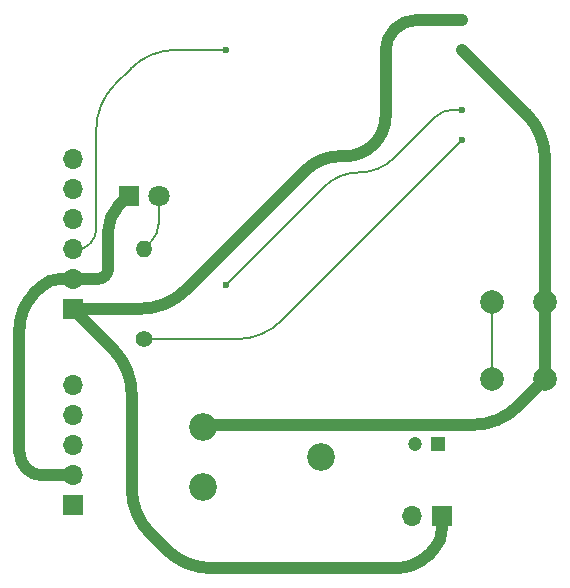
<source format=gbr>
%TF.GenerationSoftware,KiCad,Pcbnew,8.0.7*%
%TF.CreationDate,2025-01-02T11:10:57+09:00*%
%TF.ProjectId,rusty-hangulclock,72757374-792d-4686-916e-67756c636c6f,rev?*%
%TF.SameCoordinates,Original*%
%TF.FileFunction,Copper,L2,Bot*%
%TF.FilePolarity,Positive*%
%FSLAX46Y46*%
G04 Gerber Fmt 4.6, Leading zero omitted, Abs format (unit mm)*
G04 Created by KiCad (PCBNEW 8.0.7) date 2025-01-02 11:10:57*
%MOMM*%
%LPD*%
G01*
G04 APERTURE LIST*
%TA.AperFunction,ComponentPad*%
%ADD10R,1.700000X1.700000*%
%TD*%
%TA.AperFunction,ComponentPad*%
%ADD11O,1.700000X1.700000*%
%TD*%
%TA.AperFunction,ComponentPad*%
%ADD12C,2.340000*%
%TD*%
%TA.AperFunction,ComponentPad*%
%ADD13R,1.800000X1.800000*%
%TD*%
%TA.AperFunction,ComponentPad*%
%ADD14C,1.800000*%
%TD*%
%TA.AperFunction,ComponentPad*%
%ADD15C,1.400000*%
%TD*%
%TA.AperFunction,ComponentPad*%
%ADD16O,1.400000X1.400000*%
%TD*%
%TA.AperFunction,ComponentPad*%
%ADD17R,1.200000X1.200000*%
%TD*%
%TA.AperFunction,ComponentPad*%
%ADD18C,1.200000*%
%TD*%
%TA.AperFunction,ComponentPad*%
%ADD19C,2.000000*%
%TD*%
%TA.AperFunction,ViaPad*%
%ADD20C,0.600000*%
%TD*%
%TA.AperFunction,Conductor*%
%ADD21C,0.200000*%
%TD*%
%TA.AperFunction,Conductor*%
%ADD22C,1.000000*%
%TD*%
G04 APERTURE END LIST*
D10*
%TO.P,J1,1,Pin_1*%
%TO.N,+3V3*%
X126500000Y-123195000D03*
D11*
%TO.P,J1,2,Pin_2*%
%TO.N,GND*%
X126500000Y-120655000D03*
%TO.P,J1,3,Pin_3*%
%TO.N,Net-(J1-Pin_3)*%
X126500000Y-118115000D03*
%TO.P,J1,4,Pin_4*%
%TO.N,Net-(J1-Pin_4)*%
X126500000Y-115575000D03*
%TO.P,J1,5,Pin_5*%
%TO.N,Net-(J1-Pin_5)*%
X126500000Y-113035000D03*
%TD*%
D12*
%TO.P,RV1,1,1*%
%TO.N,+3V3*%
X137500000Y-121595000D03*
%TO.P,RV1,2,2*%
%TO.N,Net-(M1-P1)*%
X147500000Y-119095000D03*
%TO.P,RV1,3,3*%
%TO.N,GND*%
X137500000Y-116595000D03*
%TD*%
D13*
%TO.P,D1,1,K*%
%TO.N,GND*%
X131230000Y-97000000D03*
D14*
%TO.P,D1,2,A*%
%TO.N,Net-(D1-A)*%
X133770000Y-97000000D03*
%TD*%
D10*
%TO.P,J3,1,Pin_1*%
%TO.N,+5V*%
X157775000Y-124125000D03*
D11*
%TO.P,J3,2,Pin_2*%
%TO.N,GND*%
X155235000Y-124125000D03*
%TD*%
D10*
%TO.P,J2,1,Pin_1*%
%TO.N,+5V*%
X126500000Y-106540000D03*
D11*
%TO.P,J2,2,Pin_2*%
%TO.N,GND*%
X126500000Y-104000000D03*
%TO.P,J2,3,Pin_3*%
%TO.N,Net-(J2-Pin_3)*%
X126500000Y-101460000D03*
%TO.P,J2,4,Pin_4*%
%TO.N,Net-(J2-Pin_4)*%
X126500000Y-98920000D03*
%TO.P,J2,5,Pin_5*%
%TO.N,Net-(J2-Pin_5)*%
X126500000Y-96380000D03*
%TO.P,J2,6,Pin_6*%
%TO.N,Net-(J2-Pin_6)*%
X126500000Y-93840000D03*
%TD*%
D15*
%TO.P,R1,1*%
%TO.N,Net-(M1-P3)*%
X132500000Y-109120000D03*
D16*
%TO.P,R1,2*%
%TO.N,Net-(D1-A)*%
X132500000Y-101500000D03*
%TD*%
D17*
%TO.P,C1,1*%
%TO.N,+5V*%
X157472600Y-118000000D03*
D18*
%TO.P,C1,2*%
%TO.N,GND*%
X155472600Y-118000000D03*
%TD*%
D19*
%TO.P,SW1,1,1*%
%TO.N,Net-(M1-P2)*%
X162000000Y-112500000D03*
X162000000Y-106000000D03*
%TO.P,SW1,2,2*%
%TO.N,GND*%
X166500000Y-112500000D03*
X166500000Y-106000000D03*
%TD*%
D20*
%TO.N,GND*%
X159500000Y-84620000D03*
%TO.N,+5V*%
X159500000Y-82100000D03*
%TO.N,Net-(J2-Pin_3)*%
X139500000Y-84620000D03*
%TO.N,Net-(J2-Pin_4)*%
X139500000Y-104500000D03*
X159500000Y-89700000D03*
%TO.N,Net-(M1-P3)*%
X159500000Y-92240000D03*
%TD*%
D21*
%TO.N,Net-(D1-A)*%
X133770000Y-99331974D02*
X133770000Y-97000000D01*
X133135000Y-100865000D02*
X132500000Y-101500000D01*
X133770000Y-99331974D02*
G75*
G02*
X133135008Y-100865008I-2168000J-26D01*
G01*
D22*
%TO.N,GND*%
X160376036Y-116370000D02*
X137884099Y-116370000D01*
X122000000Y-118683291D02*
X122000000Y-108267766D01*
X166500000Y-106000000D02*
X166500000Y-112500000D01*
X126500000Y-104000000D02*
X125500000Y-104000000D01*
X166500000Y-106000000D02*
X166500000Y-93873963D01*
X130365000Y-97865000D02*
X131230000Y-97000000D01*
X159500000Y-84620000D02*
X164906207Y-90026207D01*
X123971708Y-120655000D02*
X126500000Y-120655000D01*
X123249999Y-105249999D02*
X123792893Y-104707106D01*
X126500000Y-104000000D02*
X128646446Y-104000000D01*
X129500000Y-99953294D02*
X129500000Y-103146446D01*
X137612500Y-116482500D02*
X137500000Y-116595000D01*
X164223792Y-114776207D02*
X166500000Y-112500000D01*
X137884099Y-116370000D02*
G75*
G03*
X137612500Y-116482500I1J-384100D01*
G01*
X130365000Y-97865000D02*
G75*
G03*
X129499998Y-99953294I2088300J-2088300D01*
G01*
X129250000Y-103750000D02*
G75*
G02*
X128646446Y-104000019I-603600J603600D01*
G01*
X122577500Y-120077500D02*
G75*
G03*
X123971708Y-120654997I1394200J1394200D01*
G01*
X122000000Y-118683291D02*
G75*
G03*
X122577498Y-120077502I1971700J-9D01*
G01*
X123249999Y-105249999D02*
G75*
G03*
X121999985Y-108267766I3017801J-3017801D01*
G01*
X125500000Y-104000000D02*
G75*
G03*
X123792896Y-104707109I0J-2414200D01*
G01*
X129500000Y-103146446D02*
G75*
G02*
X129249986Y-103749986I-853600J46D01*
G01*
X164223792Y-114776207D02*
G75*
G02*
X160376036Y-116370010I-3847792J3847807D01*
G01*
X164906207Y-90026207D02*
G75*
G02*
X166500011Y-93873963I-3847807J-3847793D01*
G01*
%TO.N,+5V*%
X146146447Y-94887766D02*
X136088006Y-104946207D01*
X131500000Y-121746036D02*
X131500000Y-113793963D01*
X157032537Y-126967462D02*
X156637500Y-127362500D01*
X157775000Y-125175000D02*
X157775000Y-124125000D01*
X133093792Y-125593792D02*
X134406207Y-126906207D01*
X153000000Y-90205786D02*
X153000000Y-84694802D01*
X129906207Y-109946207D02*
X126500000Y-106540000D01*
X149207107Y-93620000D02*
X149585786Y-93620000D01*
X153891332Y-128500000D02*
X138253963Y-128500000D01*
X155594802Y-82100000D02*
X159500000Y-82100000D01*
X126500000Y-106540000D02*
X132240250Y-106540000D01*
X134406207Y-126906207D02*
G75*
G03*
X138253963Y-128500011I3847793J3847807D01*
G01*
X149207107Y-93620000D02*
G75*
G03*
X146146450Y-94887769I-7J-4328400D01*
G01*
X155594802Y-82100000D02*
G75*
G03*
X153759999Y-82859999I-2J-2594800D01*
G01*
X129906207Y-109946207D02*
G75*
G02*
X131500011Y-113793963I-3847807J-3847793D01*
G01*
X156637500Y-127362500D02*
G75*
G02*
X153891332Y-128500013I-2746200J2746200D01*
G01*
X152000000Y-92620000D02*
G75*
G02*
X149585786Y-93619994I-2414200J2414200D01*
G01*
X157775000Y-125175000D02*
G75*
G02*
X157032532Y-126967457I-2534900J0D01*
G01*
X136088006Y-104946207D02*
G75*
G02*
X132240250Y-106540020I-3847806J3847807D01*
G01*
X131500000Y-121746036D02*
G75*
G03*
X133093800Y-125593784I5441600J36D01*
G01*
X153760000Y-82860000D02*
G75*
G03*
X153000001Y-84694802I1834800J-1834800D01*
G01*
X153000000Y-90205786D02*
G75*
G02*
X152000004Y-92620004I-3414200J-14D01*
G01*
D21*
%TO.N,Net-(J2-Pin_3)*%
X127020000Y-101460000D02*
X126500000Y-101460000D01*
X128500000Y-91373963D02*
X128500000Y-99821177D01*
X135253963Y-84620000D02*
X139500000Y-84620000D01*
X131406206Y-86213792D02*
X130093792Y-87526207D01*
X127907695Y-101092304D02*
X128020000Y-100980000D01*
X127907695Y-101092304D02*
G75*
G02*
X127020000Y-101459997I-887695J887704D01*
G01*
X130093792Y-87526207D02*
G75*
G03*
X128499959Y-91373963I3847708J-3847793D01*
G01*
X135253963Y-84620000D02*
G75*
G03*
X131406215Y-86213801I37J-5441600D01*
G01*
X128500000Y-99821177D02*
G75*
G02*
X128020007Y-100980007I-1638800J-23D01*
G01*
%TO.N,Net-(J2-Pin_4)*%
X157198959Y-90301040D02*
X153737436Y-93762563D01*
X159500000Y-89700000D02*
X158650000Y-89700000D01*
X147762563Y-96237436D02*
X139500000Y-104500000D01*
X153737436Y-93762563D02*
G75*
G02*
X150750000Y-94999992I-2987436J2987463D01*
G01*
X158650000Y-89700000D02*
G75*
G03*
X157198956Y-90301037I0J-2052100D01*
G01*
X150750000Y-95000000D02*
G75*
G03*
X147762558Y-96237431I0J-4224900D01*
G01*
%TO.N,Net-(M1-P2)*%
X162000000Y-106000000D02*
X162000000Y-112500000D01*
%TO.N,Net-(M1-P3)*%
X140366036Y-109120000D02*
X132500000Y-109120000D01*
X144213792Y-107526207D02*
X159500000Y-92240000D01*
X144213792Y-107526207D02*
G75*
G02*
X140366036Y-109120010I-3847792J3847807D01*
G01*
%TD*%
M02*

</source>
